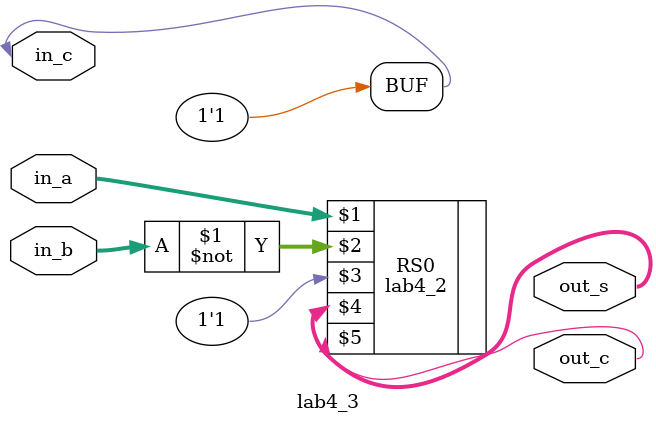
<source format=v>
/* CSED273 lab4 experiment 3 */
/* lab4_3.v */

/* Implement 5-Bit Ripple Subtractor
 * You must use lab4_2 module in lab4_2.v
 * You may use keword "assign" and bitwise opeartor
 * or just implement with gate-level modeling*/
module lab4_3(
    input [4:0] in_a,
    input [4:0] in_b,
    input in_c,
    output [4:0] out_s,
    output out_c
    );

    wire [3:0] middleout_c;
    
    assign in_c = 1;
    lab4_2 RS0(in_a[4:0], ~in_b[4:0], in_c, out_s[4:0], out_c);

endmodule
</source>
